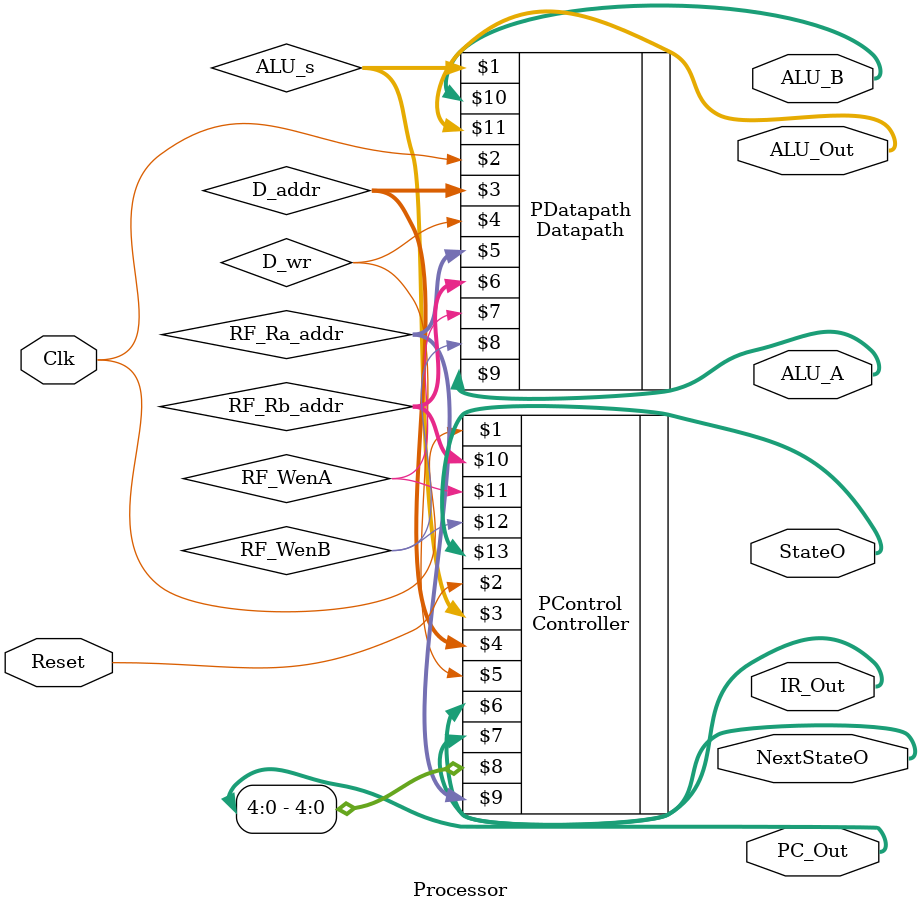
<source format=v>

module Processor( Clk, Reset, IR_Out, PC_Out, StateO, NextStateO, ALU_A, ALU_B, ALU_Out );
	input Clk; // processor clock
	input Reset; // system reset
	output [15:0] IR_Out; // Instruction register
	output [7:0] PC_Out; // Program counter
	output [7:0] StateO; // FSM current state
	output [7:0] NextStateO; // FSM next state (or 0 if you don’t use one)
	output [15:0] ALU_A; // ALU A-Side Input
	output [15:0] ALU_B; // ALU B-Side Input
	output [15:0] ALU_Out; // ALU current output
	
	wire [2:0] ALU_s;
	wire [7:0] D_addr;
	wire D_wr;
	wire [3:0] RF_Ra_addr, RF_Rb_addr;
	wire RF_WenA, RF_WenB;
	
	
	//module Controller(Clk, Reset, ALU_s, D_addr, D_wr, IR_Out, NextState_Out, PC_Out, RF_Ra_addr, RF_Rb_addr, RF_WenA, RF_WenB, State_Out);
	Controller PControl(Clk, Reset, ALU_s, D_addr, D_wr, IR_Out, NextStateO, PC_Out[4:0], RF_Ra_addr, RF_Rb_addr, RF_WenA, RF_WenB, StateO);
	
	//module Datapath(ALU_s, Clk, D_addr, D_wr, RF_A_addr, RF_B_addr, RF_WenA, RF_WenB, ALU_A, ALU_B, ALU_Out);
	Datapath PDatapath(ALU_s, Clk, D_addr, D_wr, RF_Ra_addr, RF_Rb_addr, RF_WenA, RF_WenB, ALU_A, ALU_B, ALU_Out);

endmodule
</source>
